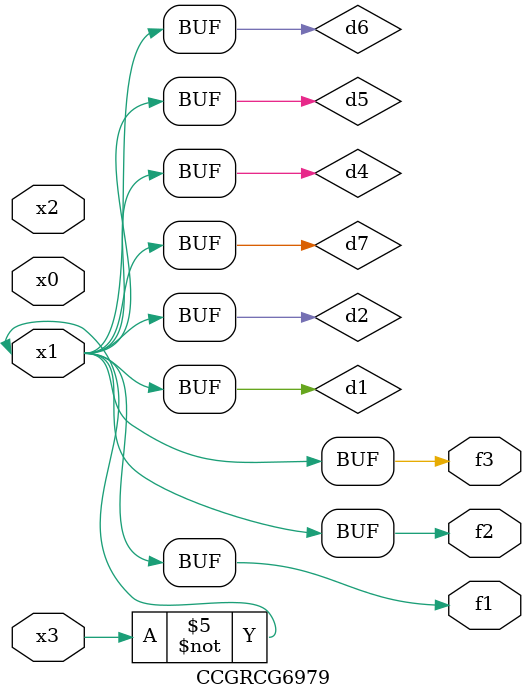
<source format=v>
module CCGRCG6979(
	input x0, x1, x2, x3,
	output f1, f2, f3
);

	wire d1, d2, d3, d4, d5, d6, d7;

	not (d1, x3);
	buf (d2, x1);
	xnor (d3, d1, d2);
	nor (d4, d1);
	buf (d5, d1, d2);
	buf (d6, d4, d5);
	nand (d7, d4);
	assign f1 = d6;
	assign f2 = d7;
	assign f3 = d6;
endmodule

</source>
